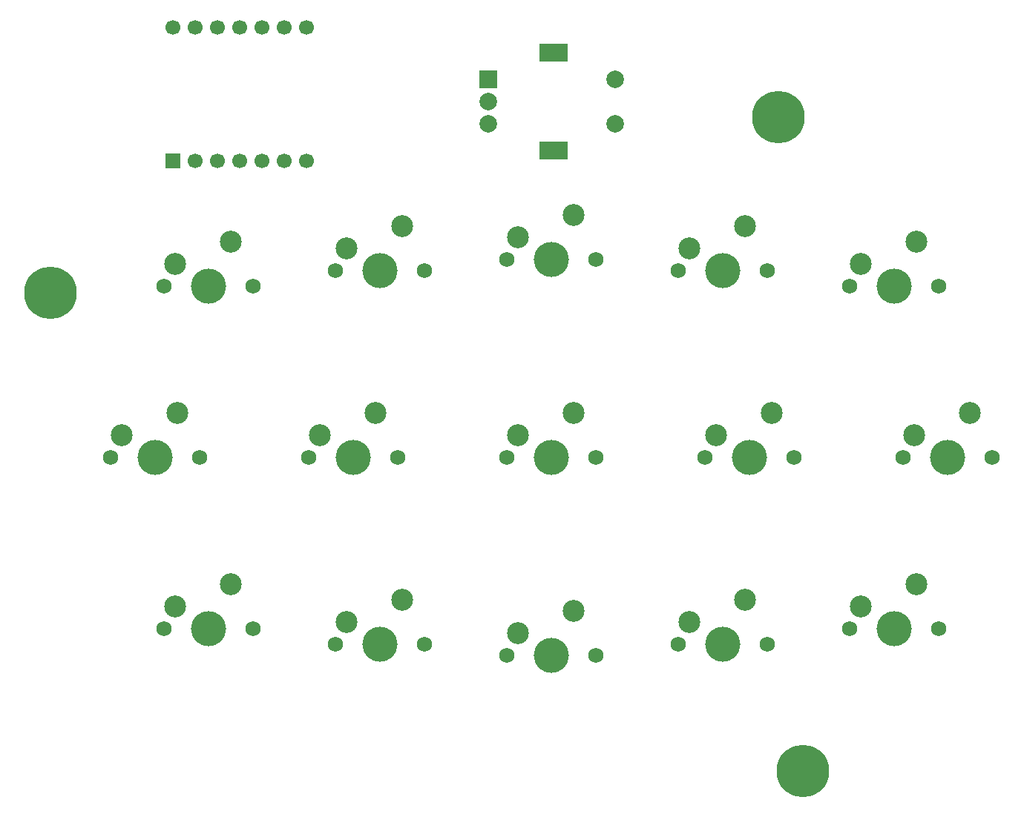
<source format=gbr>
%TF.GenerationSoftware,KiCad,Pcbnew,8.0.5-8.0.5-0~ubuntu22.04.1*%
%TF.CreationDate,2024-10-13T07:53:23-06:00*%
%TF.ProjectId,frogpad,66726f67-7061-4642-9e6b-696361645f70,rev?*%
%TF.SameCoordinates,Original*%
%TF.FileFunction,Soldermask,Top*%
%TF.FilePolarity,Negative*%
%FSLAX46Y46*%
G04 Gerber Fmt 4.6, Leading zero omitted, Abs format (unit mm)*
G04 Created by KiCad (PCBNEW 8.0.5-8.0.5-0~ubuntu22.04.1) date 2024-10-13 07:53:23*
%MOMM*%
%LPD*%
G01*
G04 APERTURE LIST*
%ADD10C,6.000000*%
%ADD11C,1.750000*%
%ADD12C,4.000000*%
%ADD13C,2.500000*%
%ADD14R,1.700000X1.700000*%
%ADD15C,1.700000*%
%ADD16R,2.000000X2.000000*%
%ADD17C,2.000000*%
%ADD18R,3.200000X2.000000*%
G04 APERTURE END LIST*
D10*
%TO.C,*%
X160288155Y-60960000D03*
%TD*%
D11*
%TO.C,SW10*%
X174498000Y-99822000D03*
D12*
X179578000Y-99822000D03*
D11*
X184658000Y-99822000D03*
D13*
X175768000Y-97282000D03*
X182118000Y-94742000D03*
%TD*%
D11*
%TO.C,SW11*%
X90170000Y-119380000D03*
D12*
X95250000Y-119380000D03*
D11*
X100330000Y-119380000D03*
D13*
X91440000Y-116840000D03*
X97790000Y-114300000D03*
%TD*%
D10*
%TO.C,*%
X77216000Y-81026000D03*
%TD*%
D14*
%TO.C,U1*%
X91136015Y-65915750D03*
D15*
X93676015Y-65915750D03*
X96216015Y-65915750D03*
X98756015Y-65915750D03*
X101296015Y-65915750D03*
X103836015Y-65915750D03*
X106376015Y-65915750D03*
X106376015Y-50665750D03*
X103836015Y-50665750D03*
X101296015Y-50665750D03*
X98756015Y-50665750D03*
X96216015Y-50665750D03*
X93676015Y-50665750D03*
X91136015Y-50665750D03*
%TD*%
D11*
%TO.C,SW1*%
X90144600Y-80264000D03*
D12*
X95224600Y-80264000D03*
D11*
X100304600Y-80264000D03*
D13*
X91414600Y-77724000D03*
X97764600Y-75184000D03*
%TD*%
D11*
%TO.C,SW14*%
X148844000Y-121158000D03*
D12*
X153924000Y-121158000D03*
D11*
X159004000Y-121158000D03*
D13*
X150114000Y-118618000D03*
X156464000Y-116078000D03*
%TD*%
D11*
%TO.C,SW9*%
X151892000Y-99822000D03*
D12*
X156972000Y-99822000D03*
D11*
X162052000Y-99822000D03*
D13*
X153162000Y-97282000D03*
X159512000Y-94742000D03*
%TD*%
D11*
%TO.C,SW5*%
X168402000Y-80264000D03*
D12*
X173482000Y-80264000D03*
D11*
X178562000Y-80264000D03*
D13*
X169672000Y-77724000D03*
X176022000Y-75184000D03*
%TD*%
D16*
%TO.C,SW16*%
X127120000Y-56670000D03*
D17*
X127120000Y-61670000D03*
X127120000Y-59170000D03*
D18*
X134620000Y-53570000D03*
X134620000Y-64770000D03*
D17*
X141620000Y-61670000D03*
X141620000Y-56670000D03*
%TD*%
D11*
%TO.C,SW7*%
X106680000Y-99822000D03*
D12*
X111760000Y-99822000D03*
D11*
X116840000Y-99822000D03*
D13*
X107950000Y-97282000D03*
X114300000Y-94742000D03*
%TD*%
D11*
%TO.C,SW6*%
X84074000Y-99822000D03*
D12*
X89154000Y-99822000D03*
D11*
X94234000Y-99822000D03*
D13*
X85344000Y-97282000D03*
X91694000Y-94742000D03*
%TD*%
D11*
%TO.C,SW8*%
X129286000Y-99822000D03*
D12*
X134366000Y-99822000D03*
D11*
X139446000Y-99822000D03*
D13*
X130556000Y-97282000D03*
X136906000Y-94742000D03*
%TD*%
D11*
%TO.C,SW12*%
X109728000Y-121158000D03*
D12*
X114808000Y-121158000D03*
D11*
X119888000Y-121158000D03*
D13*
X110998000Y-118618000D03*
X117348000Y-116078000D03*
%TD*%
D10*
%TO.C,*%
X163068000Y-135650155D03*
%TD*%
D11*
%TO.C,SW2*%
X109728000Y-78486000D03*
D12*
X114808000Y-78486000D03*
D11*
X119888000Y-78486000D03*
D13*
X110998000Y-75946000D03*
X117348000Y-73406000D03*
%TD*%
D11*
%TO.C,SW15*%
X168402000Y-119380000D03*
D12*
X173482000Y-119380000D03*
D11*
X178562000Y-119380000D03*
D13*
X169672000Y-116840000D03*
X176022000Y-114300000D03*
%TD*%
D11*
%TO.C,SW3*%
X129286000Y-77216000D03*
D12*
X134366000Y-77216000D03*
D11*
X139446000Y-77216000D03*
D13*
X130556000Y-74676000D03*
X136906000Y-72136000D03*
%TD*%
D11*
%TO.C,SW13*%
X129286000Y-122428000D03*
D12*
X134366000Y-122428000D03*
D11*
X139446000Y-122428000D03*
D13*
X130556000Y-119888000D03*
X136906000Y-117348000D03*
%TD*%
D11*
%TO.C,SW4*%
X148844000Y-78486000D03*
D12*
X153924000Y-78486000D03*
D11*
X159004000Y-78486000D03*
D13*
X150114000Y-75946000D03*
X156464000Y-73406000D03*
%TD*%
M02*

</source>
